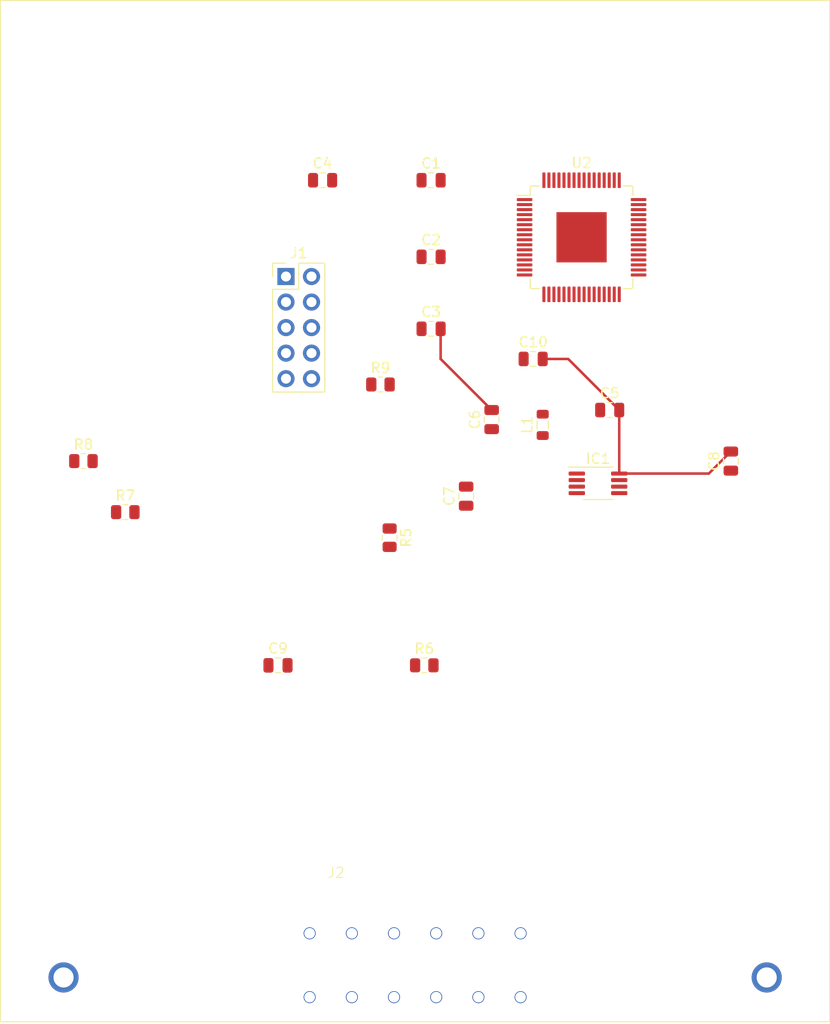
<source format=kicad_pcb>
(kicad_pcb (version 20221018) (generator pcbnew)
  (layers (0 "F.Cu" signal) (31 "B.Cu" signal) (34 "B.Paste" user) (35 "F.Paste" user) (36 "B.SilkS" user "B.Silkscreen") (37 "F.SilkS" user "F.Silkscreen") (38 "B.Mask" user) (39 "F.Mask" user) (44 "Edge.Cuts" user))
  (net 0 "")
  (net 1 "+3V3")
  (net 2 "GND")
  (net 3 "Net-(IC1-ISET)")
  (net 4 "/Power_distribution/V_in")
  (net 5 "/microprocessor/NRST")
  (net 6 "Net-(IC1-SW)")
  (net 7 "Net-(IC1-VOUT{slash}VFB)")
  (net 9 "Net-(J1-Pin_2)")
  (net 10 "Net-(J1-Pin_4)")
  (net 15 "Net-(J1-Pin_10)")
  (net 27 "/microprocessor/SWCLK")
  (net 28 "/microprocessor/SWDIO")
  (net 29 "/microprocessor/Voltage_Read")
  (footprint "Capacitor_SMD:C_0805_2012Metric" (layer "F.Cu") (at 163.51 86.36 90)
    (fp_text reference "C8" (at 0 -1.68 90) (layer "F.SilkS"))
    (fp_text value "1u0")
    (fp_line (start -0.261252 -0.735) (end 0.261252 -0.735) (stroke (width 0.12)) (layer "F.SilkS"))
    (fp_line (start -0.261252 0.735) (end 0.261252 0.735) (stroke (width 0.12)) (layer "F.SilkS"))
    (pad "1" smd roundrect (at -0.95 0 90) (size 1 1.45) (layers "F.Cu" "F.Paste" "F.Mask") (net 4 "/Power_distribution/V_in"))
    (pad "2" smd roundrect (at 0.95 0 90) (size 1 1.45) (layers "F.Cu" "F.Paste" "F.Mask") (net 2 "GND"))
  )
  (footprint "Capacitor_SMD:C_0805_2012Metric" (layer "F.Cu") (at 143.83 76.2)
    (fp_text reference "C10" (at 0 -1.68) (layer "F.SilkS"))
    (fp_text value "100n0")
    (fp_line (start -0.261252 -0.735) (end 0.261252 -0.735) (stroke (width 0.12)) (layer "F.SilkS"))
    (fp_line (start -0.261252 0.735) (end 0.261252 0.735) (stroke (width 0.12)) (layer "F.SilkS"))
    (pad "1" smd roundrect (at -0.95 0) (size 1 1.45) (layers "F.Cu" "F.Paste" "F.Mask") (net 5 "/microprocessor/NRST"))
    (pad "2" smd roundrect (at 0.95 0) (size 1 1.45) (layers "F.Cu" "F.Paste" "F.Mask") (net 2 "GND"))
  )
  (footprint "Resistor_SMD:R_0805_2012Metric" (layer "F.Cu") (at 99.06 86.36)
    (fp_text reference "R8" (at 0 -1.65) (layer "F.SilkS"))
    (fp_text value "20")
    (fp_line (start -0.227064 -0.735) (end 0.227064 -0.735) (stroke (width 0.12)) (layer "F.SilkS"))
    (fp_line (start -0.227064 0.735) (end 0.227064 0.735) (stroke (width 0.12)) (layer "F.SilkS"))
    (pad "1" smd roundrect (at -0.9125 0) (size 1.025 1.4) (layers "F.Cu" "F.Paste" "F.Mask") (roundrect_rratio 0.243902) (net 9 "Net-(J1-Pin_2)"))
    (pad "2" smd roundrect (at 0.9125 0) (size 1.025 1.4) (layers "F.Cu" "F.Paste" "F.Mask") (roundrect_rratio 0.243902) (net 28 "/microprocessor/SWDIO"))
  )
  (footprint "Resistor_SMD:R_0805_2012Metric" (layer "F.Cu") (at 132.9925 106.68)
    (fp_text reference "R6" (at 0 -1.65) (layer "F.SilkS"))
    (fp_text value "93k1")
    (fp_line (start -0.227064 -0.735) (end 0.227064 -0.735) (stroke (width 0.12)) (layer "F.SilkS"))
    (fp_line (start -0.227064 0.735) (end 0.227064 0.735) (stroke (width 0.12)) (layer "F.SilkS"))
    (pad "1" smd roundrect (at -0.9125 0) (size 1.025 1.4) (layers "F.Cu" "F.Paste" "F.Mask") (roundrect_rratio 0.243902) (net 7 "Net-(IC1-VOUT{slash}VFB)"))
    (pad "2" smd roundrect (at 0.9125 0) (size 1.025 1.4) (layers "F.Cu" "F.Paste" "F.Mask") (roundrect_rratio 0.243902) (net 2 "GND"))
  )
  (footprint "Capacitor_SMD:C_0805_2012Metric" (layer "F.Cu") (at 118.43 106.68)
    (fp_text reference "C9" (at 0 -1.68) (layer "F.SilkS"))
    (fp_text value "10u0")
    (fp_line (start -0.261252 -0.735) (end 0.261252 -0.735) (stroke (width 0.12)) (layer "F.SilkS"))
    (fp_line (start -0.261252 0.735) (end 0.261252 0.735) (stroke (width 0.12)) (layer "F.SilkS"))
    (pad "1" smd roundrect (at -0.95 0) (size 1 1.45) (layers "F.Cu" "F.Paste" "F.Mask") (net 1 "+3V3"))
    (pad "2" smd roundrect (at 0.95 0) (size 1 1.45) (layers "F.Cu" "F.Paste" "F.Mask") (net 2 "GND"))
  )
  (footprint "Resistor_SMD:R_0805_2012Metric" (layer "F.Cu") (at 129.54 93.98 -90)
    (fp_text reference "R5" (at 0 -1.65 90) (layer "F.SilkS"))
    (fp_text value "294k0")
    (fp_line (start -0.227064 -0.735) (end 0.227064 -0.735) (stroke (width 0.12)) (layer "F.SilkS"))
    (fp_line (start -0.227064 0.735) (end 0.227064 0.735) (stroke (width 0.12)) (layer "F.SilkS"))
    (pad "1" smd roundrect (at -0.9125 0 270) (size 1.025 1.4) (layers "F.Cu" "F.Paste" "F.Mask") (roundrect_rratio 0.243902) (net 1 "+3V3"))
    (pad "2" smd roundrect (at 0.9125 0 270) (size 1.025 1.4) (layers "F.Cu" "F.Paste" "F.Mask") (roundrect_rratio 0.243902) (net 7 "Net-(IC1-VOUT{slash}VFB)"))
  )
  (footprint "Capacitor_SMD:C_0805_2012Metric" (layer "F.Cu") (at 139.7 82.23 90)
    (fp_text reference "C6" (at 0 -1.68 90) (layer "F.SilkS"))
    (fp_text value "100n0")
    (fp_line (start -0.261252 -0.735) (end 0.261252 -0.735) (stroke (width 0.12)) (layer "F.SilkS"))
    (fp_line (start -0.261252 0.735) (end 0.261252 0.735) (stroke (width 0.12)) (layer "F.SilkS"))
    (pad "1" smd roundrect (at -0.95 0 90) (size 1 1.45) (layers "F.Cu" "F.Paste" "F.Mask") (net 1 "+3V3"))
    (pad "2" smd roundrect (at 0.95 0 90) (size 1 1.45) (layers "F.Cu" "F.Paste" "F.Mask") (net 2 "GND"))
  )
  (footprint "Capacitor_SMD:C_0805_2012Metric" (layer "F.Cu") (at 133.67 58.42)
    (fp_text reference "C1" (at 0 -1.68) (layer "F.SilkS"))
    (fp_text value "100n0")
    (fp_line (start -0.261252 -0.735) (end 0.261252 -0.735) (stroke (width 0.12)) (layer "F.SilkS"))
    (fp_line (start -0.261252 0.735) (end 0.261252 0.735) (stroke (width 0.12)) (layer "F.SilkS"))
    (pad "1" smd roundrect (at -0.95 0) (size 1 1.45) (layers "F.Cu" "F.Paste" "F.Mask") (net 1 "+3V3"))
    (pad "2" smd roundrect (at 0.95 0) (size 1 1.45) (layers "F.Cu" "F.Paste" "F.Mask") (net 2 "GND"))
  )
  (footprint "Capacitor_SMD:C_0805_2012Metric" (layer "F.Cu") (at 133.67 73.2)
    (fp_text reference "C3" (at 0 -1.68) (layer "F.SilkS"))
    (fp_text value "4u7")
    (fp_line (start -0.261252 -0.735) (end 0.261252 -0.735) (stroke (width 0.12)) (layer "F.SilkS"))
    (fp_line (start -0.261252 0.735) (end 0.261252 0.735) (stroke (width 0.12)) (layer "F.SilkS"))
    (pad "1" smd roundrect (at -0.95 0) (size 1 1.45) (layers "F.Cu" "F.Paste" "F.Mask") (net 1 "+3V3"))
    (pad "2" smd roundrect (at 0.95 0) (size 1 1.45) (layers "F.Cu" "F.Paste" "F.Mask") (net 2 "GND"))
  )
  (footprint "Package_QFP:LQFP-64-1EP_10x10mm_P0.5mm_EP5x5mm" (layer "F.Cu") (at 148.65 64.095)
    (fp_text reference "U2" (at 0 -7.4) (layer "F.SilkS"))
    (fp_text value "STM32G0B1REI6N")
    (fp_line (start -5.11 -5.11) (end -5.11 -4.16) (stroke (width 0.12)) (layer "F.SilkS"))
    (fp_line (start -5.11 -4.16) (end -6.45 -4.16) (stroke (width 0.12)) (layer "F.SilkS"))
    (fp_line (start -5.11 5.11) (end -5.11 4.16) (stroke (width 0.12)) (layer "F.SilkS"))
    (fp_line (start -4.16 -5.11) (end -5.11 -5.11) (stroke (width 0.12)) (layer "F.SilkS"))
    (fp_line (start -4.16 5.11) (end -5.11 5.11) (stroke (width 0.12)) (layer "F.SilkS"))
    (fp_line (start 4.16 -5.11) (end 5.11 -5.11) (stroke (width 0.12)) (layer "F.SilkS"))
    (fp_line (start 4.16 5.11) (end 5.11 5.11) (stroke (width 0.12)) (layer "F.SilkS"))
    (fp_line (start 5.11 -5.11) (end 5.11 -4.16) (stroke (width 0.12)) (layer "F.SilkS"))
    (fp_line (start 5.11 5.11) (end 5.11 4.16) (stroke (width 0.12)) (layer "F.SilkS"))
    (pad "1" smd roundrect (at -5.675 -3.75) (size 1.55 0.3) (layers "F.Cu" "F.Paste" "F.Mask") (net 29 "/microprocessor/Voltage_Read"))
    (pad "2" smd roundrect (at -5.675 -3.25) (size 1.55 0.3) (layers "F.Cu" "F.Paste" "F.Mask"))
    (pad "3" smd roundrect (at -5.675 -2.75) (size 1.55 0.3) (layers "F.Cu" "F.Paste" "F.Mask"))
    (pad "4" smd roundrect (at -5.675 -2.25) (size 1.55 0.3) (layers "F.Cu" "F.Paste" "F.Mask"))
    (pad "5" smd roundrect (at -5.675 -1.75) (size 1.55 0.3) (layers "F.Cu" "F.Paste" "F.Mask"))
    (pad "6" smd roundrect (at -5.675 -1.25) (size 1.55 0.3) (layers "F.Cu" "F.Paste" "F.Mask") (net 1 "+3V3"))
    (pad "7" smd roundrect (at -5.675 -0.75) (size 1.55 0.3) (layers "F.Cu" "F.Paste" "F.Mask") (net 1 "+3V3"))
    (pad "8" smd roundrect (at -5.675 -0.25) (size 1.55 0.3) (layers "F.Cu" "F.Paste" "F.Mask") (net 1 "+3V3"))
    (pad "9" smd roundrect (at -5.675 0.25) (size 1.55 0.3) (layers "F.Cu" "F.Paste" "F.Mask") (net 2 "GND"))
    (pad "10" smd roundrect (at -5.675 0.75) (size 1.55 0.3) (layers "F.Cu" "F.Paste" "F.Mask"))
    (pad "11" smd roundrect (at -5.675 1.25) (size 1.55 0.3) (layers "F.Cu" "F.Paste" "F.Mask"))
    (pad "12" smd roundrect (at -5.675 1.75) (size 1.55 0.3) (layers "F.Cu" "F.Paste" "F.Mask") (net 5 "/microprocessor/NRST"))
    (pad "13" smd roundrect (at -5.675 2.25) (size 1.55 0.3) (layers "F.Cu" "F.Paste" "F.Mask"))
    (pad "14" smd roundrect (at -5.675 2.75) (size 1.55 0.3) (layers "F.Cu" "F.Paste" "F.Mask"))
    (pad "15" smd roundrect (at -5.675 3.25) (size 1.55 0.3) (layers "F.Cu" "F.Paste" "F.Mask"))
    (pad "16" smd roundrect (at -5.675 3.75) (size 1.55 0.3) (layers "F.Cu" "F.Paste" "F.Mask"))
    (pad "17" smd roundrect (at -3.75 5.675) (size 0.3 1.55) (layers "F.Cu" "F.Paste" "F.Mask"))
    (pad "18" smd roundrect (at -3.25 5.675) (size 0.3 1.55) (layers "F.Cu" "F.Paste" "F.Mask"))
    (pad "19" smd roundrect (at -2.75 5.675) (size 0.3 1.55) (layers "F.Cu" "F.Paste" "F.Mask"))
    (pad "20" smd roundrect (at -2.25 5.675) (size 0.3 1.55) (layers "F.Cu" "F.Paste" "F.Mask"))
    (pad "21" smd roundrect (at -1.75 5.675) (size 0.3 1.55) (layers "F.Cu" "F.Paste" "F.Mask"))
    (pad "22" smd roundrect (at -1.25 5.675) (size 0.3 1.55) (layers "F.Cu" "F.Paste" "F.Mask"))
    (pad "23" smd roundrect (at -0.75 5.675) (size 0.3 1.55) (layers "F.Cu" "F.Paste" "F.Mask"))
    (pad "24" smd roundrect (at -0.25 5.675) (size 0.3 1.55) (layers "F.Cu" "F.Paste" "F.Mask"))
    (pad "25" smd roundrect (at 0.25 5.675) (size 0.3 1.55) (layers "F.Cu" "F.Paste" "F.Mask"))
    (pad "26" smd roundrect (at 0.75 5.675) (size 0.3 1.55) (layers "F.Cu" "F.Paste" "F.Mask"))
    (pad "27" smd roundrect (at 1.25 5.675) (size 0.3 1.55) (layers "F.Cu" "F.Paste" "F.Mask"))
    (pad "28" smd roundrect (at 1.75 5.675) (size 0.3 1.55) (layers "F.Cu" "F.Paste" "F.Mask"))
    (pad "29" smd roundrect (at 2.25 5.675) (size 0.3 1.55) (layers "F.Cu" "F.Paste" "F.Mask"))
    (pad "30" smd roundrect (at 2.75 5.675) (size 0.3 1.55) (layers "F.Cu" "F.Paste" "F.Mask"))
    (pad "31" smd roundrect (at 3.25 5.675) (size 0.3 1.55) (layers "F.Cu" "F.Paste" "F.Mask"))
    (pad "32" smd roundrect (at 3.75 5.675) (size 0.3 1.55) (layers "F.Cu" "F.Paste" "F.Mask"))
    (pad "33" smd roundrect (at 5.675 3.75) (size 1.55 0.3) (layers "F.Cu" "F.Paste" "F.Mask"))
    (pad "34" smd roundrect (at 5.675 3.25) (size 1.55 0.3) (layers "F.Cu" "F.Paste" "F.Mask"))
    (pad "35" smd roundrect (at 5.675 2.75) (size 1.55 0.3) (layers "F.Cu" "F.Paste" "F.Mask"))
    (pad "36" smd roundrect (at 5.675 2.25) (size 1.55 0.3) (layers "F.Cu" "F.Paste" "F.Mask"))
    (pad "37" smd roundrect (at 5.675 1.75) (size 1.55 0.3) (layers "F.Cu" "F.Paste" "F.Mask"))
    (pad "38" smd roundrect (at 5.675 1.25) (size 1.55 0.3) (layers "F.Cu" "F.Paste" "F.Mask"))
    (pad "39" smd roundrect (at 5.675 0.75) (size 1.55 0.3) (layers "F.Cu" "F.Paste" "F.Mask"))
    (pad "40" smd roundrect (at 5.675 0.25) (size 1.55 0.3) (layers "F.Cu" "F.Paste" "F.Mask") (net 2 "GND"))
    (pad "41" smd roundrect (at 5.675 -0.25) (size 1.55 0.3) (layers "F.Cu" "F.Paste" "F.Mask") (net 1 "+3V3"))
    (pad "42" smd roundrect (at 5.675 -0.75) (size 1.55 0.3) (layers "F.Cu" "F.Paste" "F.Mask"))
    (pad "43" smd roundrect (at 5.675 -1.25) (size 1.55 0.3) (layers "F.Cu" "F.Paste" "F.Mask"))
    (pad "44" smd roundrect (at 5.675 -1.75) (size 1.55 0.3) (layers "F.Cu" "F.Paste" "F.Mask"))
    (pad "45" smd roundrect (at 5.675 -2.25) (size 1.55 0.3) (layers "F.Cu" "F.Paste" "F.Mask") (net 28 "/microprocessor/SWDIO"))
    (pad "46" smd roundrect (at 5.675 -2.75) (size 1.55 0.3) (layers "F.Cu" "F.Paste" "F.Mask") (net 27 "/microprocessor/SWCLK"))
    (pad "47" smd roundrect (at 5.675 -3.25) (size 1.55 0.3) (layers "F.Cu" "F.Paste" "F.Mask"))
    (pad "48" smd roundrect (at 5.675 -3.75) (size 1.55 0.3) (layers "F.Cu" "F.Paste" "F.Mask"))
    (pad "49" smd roundrect (at 3.75 -5.675) (size 0.3 1.55) (layers "F.Cu" "F.Paste" "F.Mask"))
    (pad "50" smd roundrect (at 3.25 -5.675) (size 0.3 1.55) (layers "F.Cu" "F.Paste" "F.Mask"))
    (pad "51" smd roundrect (at 2.75 -5.675) (size 0.3 1.55) (layers "F.Cu" "F.Paste" "F.Mask"))
    (pad "52" smd roundrect (at 2.25 -5.675) (size 0.3 1.55) (layers "F.Cu" "F.Paste" "F.Mask"))
    (pad "53" smd roundrect (at 1.75 -5.675) (size 0.3 1.55) (layers "F.Cu" "F.Paste" "F.Mask"))
    (pad "54" smd roundrect (at 1.25 -5.675) (size 0.3 1.55) (layers "F.Cu" "F.Paste" "F.Mask"))
    (pad "55" smd roundrect (at 0.75 -5.675) (size 0.3 1.55) (layers "F.Cu" "F.Paste" "F.Mask"))
    (pad "56" smd roundrect (at 0.25 -5.675) (size 0.3 1.55) (layers "F.Cu" "F.Paste" "F.Mask"))
    (pad "57" smd roundrect (at -0.25 -5.675) (size 0.3 1.55) (layers "F.Cu" "F.Paste" "F.Mask"))
    (pad "58" smd roundrect (at -0.75 -5.675) (size 0.3 1.55) (layers "F.Cu" "F.Paste" "F.Mask"))
    (pad "59" smd roundrect (at -1.25 -5.675) (size 0.3 1.55) (layers "F.Cu" "F.Paste" "F.Mask"))
    (pad "60" smd roundrect (at -1.75 -5.675) (size 0.3 1.55) (layers "F.Cu" "F.Paste" "F.Mask"))
    (pad "61" smd roundrect (at -2.25 -5.675) (size 0.3 1.55) (layers "F.Cu" "F.Paste" "F.Mask"))
    (pad "62" smd roundrect (at -2.75 -5.675) (size 0.3 1.55) (layers "F.Cu" "F.Paste" "F.Mask"))
    (pad "63" smd roundrect (at -3.25 -5.675) (size 0.3 1.55) (layers "F.Cu" "F.Paste" "F.Mask"))
    (pad "64" smd roundrect (at -3.75 -5.675) (size 0.3 1.55) (layers "F.Cu" "F.Paste" "F.Mask"))
    (pad "65" smd rect (at 0 0) (size 5 5) (layers "F.Cu" "F.Mask"))
  )
  (footprint "Capacitor_SMD:C_0805_2012Metric" (layer "F.Cu") (at 122.87 58.42)
    (fp_text reference "C4" (at 0 -1.68) (layer "F.SilkS"))
    (fp_text value "4u7")
    (fp_line (start -0.261252 -0.735) (end 0.261252 -0.735) (stroke (width 0.12)) (layer "F.SilkS"))
    (fp_line (start -0.261252 0.735) (end 0.261252 0.735) (stroke (width 0.12)) (layer "F.SilkS"))
    (pad "1" smd roundrect (at -0.95 0) (size 1 1.45) (layers "F.Cu" "F.Paste" "F.Mask") (net 1 "+3V3"))
    (pad "2" smd roundrect (at 0.95 0) (size 1 1.45) (layers "F.Cu" "F.Paste" "F.Mask") (net 2 "GND"))
  )
  (footprint "Resistor_SMD:R_0805_2012Metric" (layer "F.Cu") (at 128.6275 78.74)
    (fp_text reference "R9" (at 0 -1.65) (layer "F.SilkS"))
    (fp_text value "20")
    (fp_line (start -0.227064 -0.735) (end 0.227064 -0.735) (stroke (width 0.12)) (layer "F.SilkS"))
    (fp_line (start -0.227064 0.735) (end 0.227064 0.735) (stroke (width 0.12)) (layer "F.SilkS"))
    (pad "1" smd roundrect (at -0.9125 0) (size 1.025 1.4) (layers "F.Cu" "F.Paste" "F.Mask") (roundrect_rratio 0.243902) (net 15 "Net-(J1-Pin_10)"))
    (pad "2" smd roundrect (at 0.9125 0) (size 1.025 1.4) (layers "F.Cu" "F.Paste" "F.Mask") (roundrect_rratio 0.243902) (net 5 "/microprocessor/NRST"))
  )
  (footprint "Capacitor_SMD:C_0805_2012Metric" (layer "F.Cu") (at 137.16 89.85 90)
    (fp_text reference "C7" (at 0 -1.68 90) (layer "F.SilkS"))
    (fp_text value "22n0")
    (fp_line (start -0.261252 -0.735) (end 0.261252 -0.735) (stroke (width 0.12)) (layer "F.SilkS"))
    (fp_line (start -0.261252 0.735) (end 0.261252 0.735) (stroke (width 0.12)) (layer "F.SilkS"))
    (pad "1" smd roundrect (at -0.95 0 90) (size 1 1.45) (layers "F.Cu" "F.Paste" "F.Mask") (net 3 "Net-(IC1-ISET)"))
    (pad "2" smd roundrect (at 0.95 0 90) (size 1 1.45) (layers "F.Cu" "F.Paste" "F.Mask") (net 2 "GND"))
  )
  (footprint "ATM13:ATM13-12PA-R008" (layer "F.Cu") (at 132.08 142.14)
    (fp_text reference "J2" (at -7.87 -14.83 unlocked) (layer "F.SilkS") (effects (font (thickness 0.1))))
    (fp_text value "ATM13-12PA-R008")
    (fp_line (start -41.275 -101.6) (end -41.275 0) (stroke (width 0.1)) (layer "F.SilkS"))
    (fp_line (start -41.275 0) (end 41.275 0) (stroke (width 0.1)) (layer "F.SilkS"))
    (fp_line (start 41.275 -101.6) (end -41.275 -101.6) (stroke (width 0.1)) (layer "F.SilkS"))
    (fp_line (start 41.275 0) (end 41.275 -101.6) (stroke (width 0.1)) (layer "F.SilkS"))
    (pad "1" thru_hole circle (at 10.5 -2.45) (size 1.2 1.2) (drill 1.04) (layers "*.Cu" "*.Mask"))
    (pad "2" thru_hole circle (at 6.3 -2.45) (size 1.2 1.2) (drill 1.04) (layers "*.Cu" "*.Mask"))
    (pad "3" thru_hole circle (at 2.1 -2.45) (size 1.2 1.2) (drill 1.04) (layers "*.Cu" "*.Mask"))
    (pad "3" thru_hole circle (at 35 -4.41) (size 3 3) (drill 2) (layers "*.Cu" "*.Mask"))
    (pad "4" thru_hole circle (at -2.1 -2.45) (size 1.2 1.2) (drill 1.04) (layers "*.Cu" "*.Mask"))
    (pad "5" thru_hole circle (at -6.3 -2.45) (size 1.2 1.2) (drill 1.04) (layers "*.Cu" "*.Mask"))
    (pad "6" thru_hole circle (at -10.5 -2.45) (size 1.2 1.2) (drill 1.04) (layers "*.Cu" "*.Mask") (net 4 "/Power_distribution/V_in"))
    (pad "7" thru_hole circle (at -10.5 -8.8) (size 1.2 1.2) (drill 1.04) (layers "*.Cu" "*.Mask"))
    (pad "8" thru_hole circle (at -6.3 -8.8) (size 1.2 1.2) (drill 1.04) (layers "*.Cu" "*.Mask"))
    (pad "9" thru_hole circle (at -2.1 -8.8) (size 1.2 1.2) (drill 1.04) (layers "*.Cu" "*.Mask"))
    (pad "10" thru_hole circle (at 2.1 -8.8) (size 1.2 1.2) (drill 1.04) (layers "*.Cu" "*.Mask"))
    (pad "11" thru_hole circle (at 6.3 -8.8) (size 1.2 1.2) (drill 1.04) (layers "*.Cu" "*.Mask"))
    (pad "12" thru_hole circle (at 10.5 -8.8) (size 1.2 1.2) (drill 1.04) (layers "*.Cu" "*.Mask"))
    (pad "13" thru_hole circle (at -35 -4.41) (size 3 3) (drill 2) (layers "*.Cu" "*.Mask"))
  )
  (footprint "Resistor_SMD:R_0805_2012Metric" (layer "F.Cu") (at 103.2275 91.44)
    (fp_text reference "R7" (at 0 -1.65) (layer "F.SilkS"))
    (fp_text value "20")
    (fp_line (start -0.227064 -0.735) (end 0.227064 -0.735) (stroke (width 0.12)) (layer "F.SilkS"))
    (fp_line (start -0.227064 0.735) (end 0.227064 0.735) (stroke (width 0.12)) (layer "F.SilkS"))
    (pad "1" smd roundrect (at -0.9125 0) (size 1.025 1.4) (layers "F.Cu" "F.Paste" "F.Mask") (roundrect_rratio 0.243902) (net 10 "Net-(J1-Pin_4)"))
    (pad "2" smd roundrect (at 0.9125 0) (size 1.025 1.4) (layers "F.Cu" "F.Paste" "F.Mask") (roundrect_rratio 0.243902) (net 27 "/microprocessor/SWCLK"))
  )
  (footprint "Inductor_SMD:L_0805_2012Metric" (layer "F.Cu") (at 144.78 82.7575 90)
    (fp_text reference "L1" (at 0 -1.55 90) (layer "F.SilkS"))
    (fp_text value "2u2")
    (fp_line (start -0.399622 -0.56) (end 0.399622 -0.56) (stroke (width 0.12)) (layer "F.SilkS"))
    (fp_line (start -0.399622 0.56) (end 0.399622 0.56) (stroke (width 0.12)) (layer "F.SilkS"))
    (pad "1" smd roundrect (at -1.0625 0 90) (size 0.875 1.2) (layers "F.Cu" "F.Paste" "F.Mask") (net 6 "Net-(IC1-SW)"))
    (pad "2" smd roundrect (at 1.0625 0 90) (size 0.875 1.2) (layers "F.Cu" "F.Paste" "F.Mask") (net 1 "+3V3"))
  )
  (footprint "Capacitor_SMD:C_0805_2012Metric" (layer "F.Cu") (at 133.67 66.04)
    (fp_text reference "C2" (at 0 -1.68) (layer "F.SilkS"))
    (fp_text value "100n0")
    (fp_line (start -0.261252 -0.735) (end 0.261252 -0.735) (stroke (width 0.12)) (layer "F.SilkS"))
    (fp_line (start -0.261252 0.735) (end 0.261252 0.735) (stroke (width 0.12)) (layer "F.SilkS"))
    (pad "1" smd roundrect (at -0.95 0) (size 1 1.45) (layers "F.Cu" "F.Paste" "F.Mask") (net 1 "+3V3"))
    (pad "2" smd roundrect (at 0.95 0) (size 1 1.45) (layers "F.Cu" "F.Paste" "F.Mask") (net 2 "GND"))
  )
  (footprint "Package_SO:MSOP-8_3x3mm_P0.65mm" (layer "F.Cu") (at 150.2875 88.575)
    (fp_text reference "IC1" (at 0 -2.45) (layer "F.SilkS"))
    (fp_text value "LTC3631EMS8E-3.3#PBF")
    (fp_line (start 0 -1.61) (end -2.925 -1.61) (stroke (width 0.12)) (layer "F.SilkS"))
    (fp_line (start 0 -1.61) (end 1.5 -1.61) (stroke (width 0.12)) (layer "F.SilkS"))
    (fp_line (start 0 1.61) (end -1.5 1.61) (stroke (width 0.12)) (layer "F.SilkS"))
    (fp_line (start 0 1.61) (end 1.5 1.61) (stroke (width 0.12)) (layer "F.SilkS"))
    (pad "1" smd roundrect (at -2.1125 -0.975) (size 1.625 0.4) (layers "F.Cu" "F.Paste" "F.Mask") (net 6 "Net-(IC1-SW)"))
    (pad "2" smd roundrect (at -2.1125 -0.325) (size 1.625 0.4) (layers "F.Cu" "F.Paste" "F.Mask") (net 4 "/Power_distribution/V_in"))
    (pad "3" smd roundrect (at -2.1125 0.325) (size 1.625 0.4) (layers "F.Cu" "F.Paste" "F.Mask") (net 3 "Net-(IC1-ISET)"))
    (pad "4" smd roundrect (at -2.1125 0.975) (size 1.625 0.4) (layers "F.Cu" "F.Paste" "F.Mask") (net 3 "Net-(IC1-ISET)"))
    (pad "5" smd roundrect (at 2.1125 0.975) (size 1.625 0.4) (layers "F.Cu" "F.Paste" "F.Mask") (net 4 "/Power_distribution/V_in"))
    (pad "6" smd roundrect (at 2.1125 0.325) (size 1.625 0.4) (layers "F.Cu" "F.Paste" "F.Mask") (net 7 "Net-(IC1-VOUT{slash}VFB)"))
    (pad "7" smd roundrect (at 2.1125 -0.325) (size 1.625 0.4) (layers "F.Cu" "F.Paste" "F.Mask"))
    (pad "8" smd roundrect (at 2.1125 -0.975) (size 1.625 0.4) (layers "F.Cu" "F.Paste" "F.Mask") (net 2 "GND"))
  )
  (footprint "Capacitor_SMD:C_0805_2012Metric" (layer "F.Cu") (at 151.45 81.28)
    (fp_text reference "C5" (at 0 -1.68) (layer "F.SilkS"))
    (fp_text value "1u0")
    (fp_line (start -0.261252 -0.735) (end 0.261252 -0.735) (stroke (width 0.12)) (layer "F.SilkS"))
    (fp_line (start -0.261252 0.735) (end 0.261252 0.735) (stroke (width 0.12)) (layer "F.SilkS"))
    (pad "1" smd roundrect (at -0.95 0) (size 1 1.45) (layers "F.Cu" "F.Paste" "F.Mask") (net 1 "+3V3"))
    (pad "2" smd roundrect (at 0.95 0) (size 1 1.45) (layers "F.Cu" "F.Paste" "F.Mask") (net 2 "GND"))
  )
  (footprint "Connector_PinHeader_2.54mm:PinHeader_2x05_P2.54mm_Vertical" (layer "F.Cu") (at 119.225 68)
    (fp_text reference "J1" (at 1.27 -2.33) (layer "F.SilkS"))
    (fp_text value "ST_Link_Connector")
    (fp_line (start -1.33 -1.33) (end 0 -1.33) (stroke (width 0.12)) (layer "F.SilkS"))
    (fp_line (start -1.33 0) (end -1.33 -1.33) (stroke (width 0.12)) (layer "F.SilkS"))
    (fp_line (start -1.33 1.27) (end -1.33 11.49) (stroke (width 0.12)) (layer "F.SilkS"))
    (fp_line (start -1.33 1.27) (end 1.27 1.27) (stroke (width 0.12)) (layer "F.SilkS"))
    (fp_line (start -1.33 11.49) (end 3.87 11.49) (stroke (width 0.12)) (layer "F.SilkS"))
    (fp_line (start 1.27 -1.33) (end 3.87 -1.33) (stroke (width 0.12)) (layer "F.SilkS"))
    (fp_line (start 1.27 1.27) (end 1.27 -1.33) (stroke (width 0.12)) (layer "F.SilkS"))
    (fp_line (start 3.87 -1.33) (end 3.87 11.49) (stroke (width 0.12)) (layer "F.SilkS"))
    (pad "1" thru_hole rect (at 0 0) (size 1.7 1.7) (drill 1) (layers "*.Cu" "*.Mask") (net 1 "+3V3"))
    (pad "2" thru_hole oval (at 2.54 0) (size 1.7 1.7) (drill 1) (layers "*.Cu" "*.Mask") (net 9 "Net-(J1-Pin_2)"))
    (pad "3" thru_hole oval (at 0 2.54) (size 1.7 1.7) (drill 1) (layers "*.Cu" "*.Mask") (net 2 "GND"))
    (pad "4" thru_hole oval (at 2.54 2.54) (size 1.7 1.7) (drill 1) (layers "*.Cu" "*.Mask") (net 10 "Net-(J1-Pin_4)"))
    (pad "5" thru_hole oval (at 0 5.08) (size 1.7 1.7) (drill 1) (layers "*.Cu" "*.Mask") (net 2 "GND"))
    (pad "6" thru_hole oval (at 2.54 5.08) (size 1.7 1.7) (drill 1) (layers "*.Cu" "*.Mask"))
    (pad "7" thru_hole oval (at 0 7.62) (size 1.7 1.7) (drill 1) (layers "*.Cu" "*.Mask"))
    (pad "8" thru_hole oval (at 2.54 7.62) (size 1.7 1.7) (drill 1) (layers "*.Cu" "*.Mask"))
    (pad "9" thru_hole oval (at 0 10.16) (size 1.7 1.7) (drill 1) (layers "*.Cu" "*.Mask"))
    (pad "10" thru_hole oval (at 2.54 10.16) (size 1.7 1.7) (drill 1) (layers "*.Cu" "*.Mask") (net 15 "Net-(J1-Pin_10)"))
  )
  (segment (start 134.62 76.2) (end 134.62 73.2) (width 0.25) (layer "F.Cu") (net 2))
  (segment (start 163.51 85.41) (end 161.32 87.6) (width 0.25) (layer "F.Cu") (net 2))
  (segment (start 147.32 76.2) (end 144.78 76.2) (width 0.25) (layer "F.Cu") (net 2))
  (segment (start 161.32 87.6) (end 152.4 87.6) (width 0.25) (layer "F.Cu") (net 2))
  (segment (start 139.7 81.28) (end 134.62 76.2) (width 0.25) (layer "F.Cu") (net 2))
  (segment (start 152.4 87.6) (end 152.4 81.28) (width 0.25) (layer "F.Cu") (net 2))
  (segment (start 152.4 81.28) (end 147.32 76.2) (width 0.25) (layer "F.Cu") (net 2))
)
</source>
